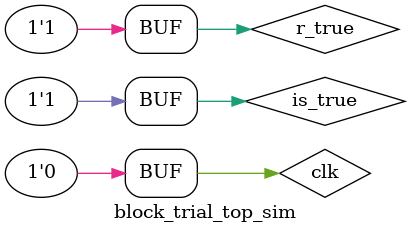
<source format=v>
`timescale 1ns / 1ps


module block_trial_top_sim;


    reg[0:0] clk = 0;
    always begin
        clk = 1; #14;
        clk = 0; #14;
    end
    
    reg[0:0] r_true = 1;
    wire is_true;
    assign is_true = r_true;
 
    assert a0(.clk(clk), .test(is_true));

    
    block_trial_top bt_top(
        .clk(clk)
    );
    
    
    initial
    begin
        // update Basic test
        $display("block trial sim, begin");
        #900000;
        r_true = (! bt_top.programIsRunning);
        #28;
        r_true = (! bt_top.UART0.is_transmitting);
        #28;
    end

endmodule

</source>
